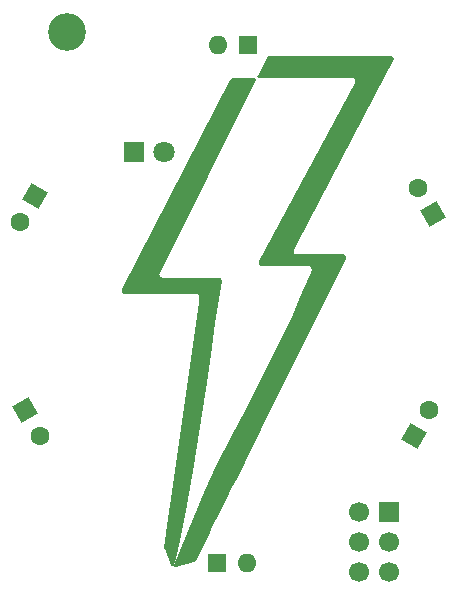
<source format=gbr>
%TF.GenerationSoftware,KiCad,Pcbnew,9.0.4*%
%TF.CreationDate,2025-10-13T15:08:01-05:00*%
%TF.ProjectId,tplane2025,74706c61-6e65-4323-9032-352e6b696361,rev?*%
%TF.SameCoordinates,Original*%
%TF.FileFunction,Soldermask,Top*%
%TF.FilePolarity,Negative*%
%FSLAX46Y46*%
G04 Gerber Fmt 4.6, Leading zero omitted, Abs format (unit mm)*
G04 Created by KiCad (PCBNEW 9.0.4) date 2025-10-13 15:08:01*
%MOMM*%
%LPD*%
G01*
G04 APERTURE LIST*
G04 Aperture macros list*
%AMHorizOval*
0 Thick line with rounded ends*
0 $1 width*
0 $2 $3 position (X,Y) of the first rounded end (center of the circle)*
0 $4 $5 position (X,Y) of the second rounded end (center of the circle)*
0 Add line between two ends*
20,1,$1,$2,$3,$4,$5,0*
0 Add two circle primitives to create the rounded ends*
1,1,$1,$2,$3*
1,1,$1,$4,$5*%
%AMRotRect*
0 Rectangle, with rotation*
0 The origin of the aperture is its center*
0 $1 length*
0 $2 width*
0 $3 Rotation angle, in degrees counterclockwise*
0 Add horizontal line*
21,1,$1,$2,0,0,$3*%
G04 Aperture macros list end*
%ADD10R,1.800000X1.800000*%
%ADD11C,1.800000*%
%ADD12RotRect,1.600000X1.600000X300.000000*%
%ADD13HorizOval,1.600000X0.000000X0.000000X0.000000X0.000000X0*%
%ADD14RotRect,1.600000X1.600000X120.000000*%
%ADD15HorizOval,1.600000X0.000000X0.000000X0.000000X0.000000X0*%
%ADD16R,1.600000X1.600000*%
%ADD17O,1.600000X1.600000*%
%ADD18R,1.700000X1.700000*%
%ADD19C,1.700000*%
%ADD20C,3.200000*%
%ADD21RotRect,1.600000X1.600000X60.000000*%
%ADD22HorizOval,1.600000X0.000000X0.000000X0.000000X0.000000X0*%
%ADD23RotRect,1.600000X1.600000X240.000000*%
%ADD24HorizOval,1.600000X0.000000X0.000000X0.000000X0.000000X0*%
G04 APERTURE END LIST*
D10*
%TO.C,SW1*%
X139070000Y-65160000D03*
D11*
X141610000Y-65160000D03*
%TD*%
D12*
%TO.C,D6*%
X129900000Y-87020295D03*
D13*
X131170000Y-89220000D03*
%TD*%
D14*
%TO.C,D3*%
X164411522Y-70460032D03*
D15*
X163141522Y-68260327D03*
%TD*%
D16*
%TO.C,D1*%
X146110000Y-100020000D03*
D17*
X148650000Y-100020000D03*
%TD*%
D18*
%TO.C,J3*%
X160710000Y-95650000D03*
D19*
X158170000Y-95650000D03*
X160710000Y-98190000D03*
X158170000Y-98190000D03*
X160710000Y-100730000D03*
X158170000Y-100730000D03*
%TD*%
D16*
%TO.C,D4*%
X148760000Y-56105000D03*
D17*
X146220000Y-56105000D03*
%TD*%
D20*
%TO.C,H1*%
X133400000Y-55070000D03*
%TD*%
D21*
%TO.C,D2*%
X162851522Y-89245032D03*
D22*
X164121522Y-87045327D03*
%TD*%
D23*
%TO.C,D5*%
X130758479Y-68954969D03*
D24*
X129488479Y-71154674D03*
%TD*%
G36*
X160837268Y-57050789D02*
G01*
X160845479Y-57051063D01*
X160867388Y-57052523D01*
X160887941Y-57055639D01*
X160918242Y-57062874D01*
X160941204Y-57070803D01*
X160968349Y-57083272D01*
X160985015Y-57092542D01*
X160993324Y-57098040D01*
X161008534Y-57109903D01*
X161031597Y-57130973D01*
X161047450Y-57148508D01*
X161065433Y-57172681D01*
X161075635Y-57188867D01*
X161079320Y-57195857D01*
X161090178Y-57224635D01*
X161106289Y-57291493D01*
X161109682Y-57324328D01*
X161109471Y-57331236D01*
X161103829Y-57364613D01*
X161081454Y-57435839D01*
X161072929Y-57456343D01*
X160397471Y-58742142D01*
X160397470Y-58742145D01*
X153016912Y-72790989D01*
X153016842Y-72791120D01*
X152760260Y-73278104D01*
X152645836Y-73502441D01*
X152645835Y-73502444D01*
X152632725Y-73553656D01*
X152632536Y-73555433D01*
X152632500Y-73560889D01*
X152630175Y-73605885D01*
X152632845Y-73634493D01*
X152632845Y-73634495D01*
X152645883Y-73685420D01*
X152645886Y-73685428D01*
X152668838Y-73732637D01*
X152687249Y-73759443D01*
X152763084Y-73826135D01*
X152763086Y-73826136D01*
X152801073Y-73843519D01*
X152801075Y-73843520D01*
X152900593Y-73862273D01*
X156815329Y-73862146D01*
X156823198Y-73862396D01*
X156844676Y-73863761D01*
X156865215Y-73866808D01*
X156892450Y-73873217D01*
X156915443Y-73881073D01*
X156945292Y-73894668D01*
X156960334Y-73902816D01*
X156968374Y-73907918D01*
X156986706Y-73922119D01*
X157006852Y-73940990D01*
X157023801Y-73960572D01*
X157051372Y-74000119D01*
X157069733Y-74040105D01*
X157084315Y-74096717D01*
X157088159Y-74131965D01*
X157087903Y-74139312D01*
X157082584Y-74171169D01*
X157060883Y-74242319D01*
X157053299Y-74261373D01*
X156147143Y-76082939D01*
X156147102Y-76083021D01*
X150551416Y-87310766D01*
X150551417Y-87310767D01*
X147794343Y-92843821D01*
X147794342Y-92843820D01*
X147343910Y-93747965D01*
X147343904Y-93747978D01*
X146992321Y-94453507D01*
X146992315Y-94453520D01*
X146732907Y-94973924D01*
X146732906Y-94973923D01*
X146397529Y-95647335D01*
X146397530Y-95647336D01*
X145757134Y-96933463D01*
X145757079Y-96933573D01*
X145425144Y-97598549D01*
X145425145Y-97598550D01*
X144338224Y-99777901D01*
X144331042Y-99790419D01*
X144315631Y-99813988D01*
X144303943Y-99829162D01*
X144285689Y-99849408D01*
X144250422Y-99876586D01*
X144188976Y-99908269D01*
X144165755Y-99917416D01*
X142669545Y-100338695D01*
X142599680Y-100337917D01*
X142541326Y-100299490D01*
X142513011Y-100235615D01*
X142521185Y-100172349D01*
X145118959Y-93828013D01*
X145121851Y-93821492D01*
X146091511Y-91794355D01*
X146092496Y-91792342D01*
X147313402Y-89354205D01*
X147313875Y-89353270D01*
X148468673Y-87094998D01*
X148468683Y-87094977D01*
X150182481Y-83745044D01*
X152460317Y-79147348D01*
X152460320Y-79147340D01*
X153159228Y-77501345D01*
X153160950Y-77497475D01*
X154030448Y-75629784D01*
X154140256Y-75166036D01*
X154141257Y-75113540D01*
X154141256Y-75113520D01*
X154138398Y-75088220D01*
X154138394Y-75088204D01*
X154123451Y-75037510D01*
X154123449Y-75037503D01*
X154100269Y-74990283D01*
X154082386Y-74965390D01*
X154005335Y-74899706D01*
X154005324Y-74899699D01*
X153972077Y-74882839D01*
X153872410Y-74864798D01*
X153872417Y-74864798D01*
X149949594Y-74864563D01*
X149940266Y-74864211D01*
X149919046Y-74862609D01*
X149899658Y-74859589D01*
X149866333Y-74851654D01*
X149844643Y-74844315D01*
X149819654Y-74833195D01*
X149800927Y-74822841D01*
X149796349Y-74819766D01*
X149782847Y-74809277D01*
X149755972Y-74785252D01*
X149739324Y-74767086D01*
X149721341Y-74743048D01*
X149710469Y-74725692D01*
X149707273Y-74719507D01*
X149696873Y-74691581D01*
X149680323Y-74622773D01*
X149677025Y-74587877D01*
X149677361Y-74580821D01*
X149682822Y-74549871D01*
X149704066Y-74481611D01*
X149713127Y-74459968D01*
X157807833Y-59328449D01*
X157807845Y-59328425D01*
X157823433Y-59292672D01*
X157837167Y-59240166D01*
X157837311Y-59158690D01*
X157837310Y-59158688D01*
X157824291Y-59108040D01*
X157802400Y-59061397D01*
X157783148Y-59033500D01*
X157707463Y-58966634D01*
X157707461Y-58966632D01*
X157670590Y-58948630D01*
X157569999Y-58930000D01*
X149690126Y-58930000D01*
X149623087Y-58910315D01*
X149577332Y-58857511D01*
X149567388Y-58788353D01*
X149579091Y-58750798D01*
X150347052Y-57206089D01*
X150352236Y-57196703D01*
X150367900Y-57171032D01*
X150380742Y-57153612D01*
X150400228Y-57131512D01*
X150419085Y-57114135D01*
X150442749Y-57096479D01*
X150458328Y-57086570D01*
X150470048Y-57080289D01*
X150506440Y-57067583D01*
X150580467Y-57054124D01*
X150601335Y-57052131D01*
X150727047Y-57050800D01*
X150728360Y-57050793D01*
X160790332Y-57050776D01*
X160790366Y-57050776D01*
X160837268Y-57050789D01*
G37*
G36*
X149356894Y-58949685D02*
G01*
X149402649Y-59002489D01*
X149412593Y-59071647D01*
X149400885Y-59109211D01*
X141289187Y-75421961D01*
X141271810Y-75461476D01*
X141259555Y-75513950D01*
X141259553Y-75513963D01*
X141257669Y-75565879D01*
X141257669Y-75565888D01*
X141260894Y-75593855D01*
X141274630Y-75644263D01*
X141297776Y-75691216D01*
X141297779Y-75691222D01*
X141315442Y-75716288D01*
X141391905Y-75782485D01*
X141426774Y-75799281D01*
X141426779Y-75799283D01*
X141526258Y-75818044D01*
X141526255Y-75818044D01*
X146258782Y-75818098D01*
X146261359Y-75818125D01*
X146264196Y-75818184D01*
X146279569Y-75819463D01*
X146313060Y-75824363D01*
X146336995Y-75830346D01*
X146365416Y-75840546D01*
X146390926Y-75853171D01*
X146416722Y-75869874D01*
X146435479Y-75884776D01*
X146454663Y-75903308D01*
X146478842Y-75935897D01*
X146509007Y-75994704D01*
X146522621Y-76047633D01*
X146524709Y-76118231D01*
X146523342Y-76140615D01*
X145987419Y-79650158D01*
X145893914Y-80307406D01*
X145893857Y-80307802D01*
X145596568Y-82350171D01*
X145186956Y-85232810D01*
X145186867Y-85233421D01*
X144871415Y-87376684D01*
X144871248Y-87377786D01*
X144197940Y-91683538D01*
X144197506Y-91686134D01*
X143599447Y-95042270D01*
X143598962Y-95044834D01*
X143242501Y-96827136D01*
X143242249Y-96828363D01*
X142968116Y-98130503D01*
X142967666Y-98132557D01*
X142643213Y-99553748D01*
X142642907Y-99555053D01*
X142496394Y-100166296D01*
X142461625Y-100226900D01*
X142399611Y-100259086D01*
X142330040Y-100252636D01*
X142275000Y-100209596D01*
X142261394Y-100185193D01*
X141699278Y-98839720D01*
X141699230Y-98839605D01*
X141689714Y-98816763D01*
X141686456Y-98808033D01*
X141680249Y-98789276D01*
X141674138Y-98756754D01*
X141670335Y-98683561D01*
X141671367Y-98659926D01*
X141674617Y-98636724D01*
X141674630Y-98636627D01*
X141686978Y-98548975D01*
X141686995Y-98548855D01*
X141729878Y-98246591D01*
X141846273Y-97420885D01*
X141846277Y-97420856D01*
X142092512Y-95676970D01*
X142092512Y-95676967D01*
X144596442Y-77946662D01*
X144596447Y-77946662D01*
X144596446Y-77946626D01*
X144647116Y-77588587D01*
X144655471Y-77528819D01*
X144656116Y-77486616D01*
X144656116Y-77467331D01*
X144645815Y-77417115D01*
X144643560Y-77408772D01*
X144633595Y-77386799D01*
X144633287Y-77386113D01*
X144622081Y-77361001D01*
X144622079Y-77360998D01*
X144592062Y-77319616D01*
X144592048Y-77319598D01*
X144584763Y-77310599D01*
X144584756Y-77310592D01*
X144503001Y-77251369D01*
X144502995Y-77251366D01*
X144488154Y-77244674D01*
X144389042Y-77225834D01*
X144389047Y-77225834D01*
X138383653Y-77225373D01*
X138383588Y-77225354D01*
X138383456Y-77225373D01*
X138356056Y-77225327D01*
X138350635Y-77225199D01*
X138330850Y-77224300D01*
X138306945Y-77220859D01*
X138278185Y-77213806D01*
X138255060Y-77205638D01*
X138226708Y-77192339D01*
X138212679Y-77184616D01*
X138203195Y-77178566D01*
X138186932Y-77166195D01*
X138164097Y-77145644D01*
X138149167Y-77129602D01*
X138131449Y-77106821D01*
X138119096Y-77087479D01*
X138116373Y-77082193D01*
X138106294Y-77055421D01*
X138089239Y-76987053D01*
X138085567Y-76955096D01*
X138085681Y-76947825D01*
X138090836Y-76914337D01*
X138111571Y-76844798D01*
X138120188Y-76823406D01*
X146069121Y-61406091D01*
X147240195Y-59134710D01*
X147240199Y-59134712D01*
X147240235Y-59134631D01*
X147268482Y-59079939D01*
X147273133Y-59071717D01*
X147284261Y-59053686D01*
X147295809Y-59037910D01*
X147318797Y-59011207D01*
X147337760Y-58993368D01*
X147360168Y-58976345D01*
X147379963Y-58964056D01*
X147394853Y-58956651D01*
X147426711Y-58945899D01*
X147498029Y-58932220D01*
X147521387Y-58930000D01*
X149289855Y-58930000D01*
X149356894Y-58949685D01*
G37*
M02*

</source>
